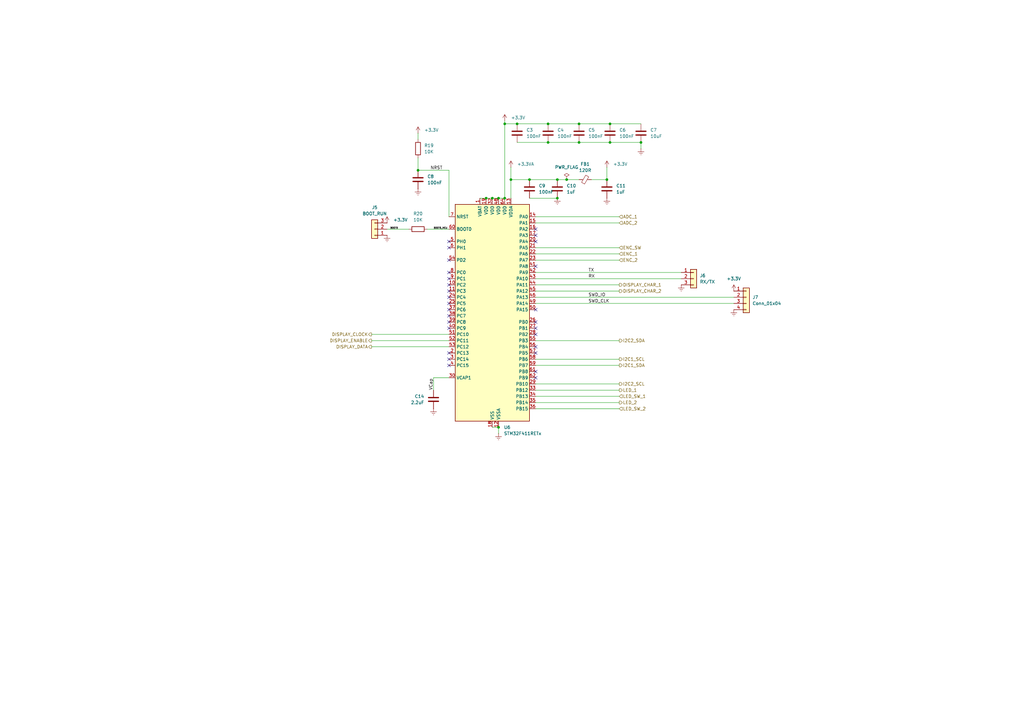
<source format=kicad_sch>
(kicad_sch (version 20231120) (generator "eeschema") (generator_version "8.0")
  (paper "A3")
  (lib_symbols
    (symbol "Connector_Generic:Conn_01x03" (pin_names (offset 1.016) hide)
      (property "Reference" "J" (at 0 5.08 0))
      (property "Value" "Conn_01x03" (at 0 -5.08 0))
      (symbol "Conn_01x03_1_1"
        (rectangle (start -1.27 -2.413) (end 0 -2.667) (stroke (width 0.1524)))
        (rectangle (start -1.27 0.127) (end 0 -0.127) (stroke (width 0.1524)))
        (rectangle (start -1.27 2.667) (end 0 2.413) (stroke (width 0.1524)))
        (rectangle (start -1.27 3.81) (end 1.27 -3.81) (stroke (width 0.254)) (fill (type background)))
        (pin passive line (at -5.08 2.54 0) (length 3.81) (name "Pin_1") (number "1"))
        (pin passive line (at -5.08 0 0) (length 3.81) (name "Pin_2") (number "2"))
        (pin passive line (at -5.08 -2.54 0) (length 3.81) (name "Pin_3") (number "3"))
      )
    )
    (symbol "Connector_Generic:Conn_01x04" (pin_names (offset 1.016) hide)
      (property "Reference" "J" (at 0 5.08 0))
      (property "Value" "Conn_01x04" (at 0 -7.62 0))
      (symbol "Conn_01x04_1_1"
        (rectangle (start -1.27 -4.953) (end 0 -5.207) (stroke (width 0.1524)))
        (rectangle (start -1.27 -2.413) (end 0 -2.667) (stroke (width 0.1524)))
        (rectangle (start -1.27 0.127) (end 0 -0.127) (stroke (width 0.1524)))
        (rectangle (start -1.27 2.667) (end 0 2.413) (stroke (width 0.1524)))
        (rectangle (start -1.27 3.81) (end 1.27 -6.35) (stroke (width 0.254)) (fill (type background)))
        (pin passive line (at -5.08 2.54 0) (length 3.81) (name "Pin_1") (number "1"))
        (pin passive line (at -5.08 0 0) (length 3.81) (name "Pin_2") (number "2"))
        (pin passive line (at -5.08 -2.54 0) (length 3.81) (name "Pin_3") (number "3"))
        (pin passive line (at -5.08 -5.08 0) (length 3.81) (name "Pin_4") (number "4"))
      )
    )
    (symbol "Device:C" (pin_numbers hide) (pin_names (offset 0.254))
      (property "Reference" "C" (at 0.635 2.54 0))
      (property "Value" "C" (at 0.635 -2.54 0))
      (symbol "C_0_1"
        (polyline (pts (xy -2.032 -0.762) (xy 2.032 -0.762)) (stroke (width 0.508)))
        (polyline (pts (xy -2.032 0.762) (xy 2.032 0.762)) (stroke (width 0.508)))
      )
      (symbol "C_1_1"
        (pin passive line (at 0 3.81 270) (length 2.794) (name "~") (number "1"))
        (pin passive line (at 0 -3.81 90) (length 2.794) (name "~") (number "2"))
      )
    )
    (symbol "Device:FerriteBead_Small" (pin_numbers hide) (pin_names (offset 0))
      (property "Reference" "FB" (at 1.905 1.27 0))
      (property "Value" "FerriteBead_Small" (at 1.905 -1.27 0))
      (symbol "FerriteBead_Small_0_1"
        (polyline (pts (xy 0 -1.27) (xy 0 -0.7874)))
        (polyline (pts (xy 0 0.889) (xy 0 1.2954)))
        (polyline (pts (xy -1.8288 0.2794) (xy -1.1176 1.4986) (xy 1.8288 -0.2032) (xy 1.1176 -1.4224) (xy -1.8288 0.2794)))
      )
      (symbol "FerriteBead_Small_1_1"
        (pin passive line (at 0 2.54 270) (length 1.27) (name "~") (number "1"))
        (pin passive line (at 0 -2.54 90) (length 1.27) (name "~") (number "2"))
      )
    )
    (symbol "Device:R" (pin_numbers hide) (pin_names (offset 0))
      (property "Reference" "R" (at 2.032 0 90))
      (property "Value" "R" (at 0 0 90))
      (symbol "R_0_1"
        (rectangle (start -1.016 -2.54) (end 1.016 2.54) (stroke (width 0.254)))
      )
      (symbol "R_1_1"
        (pin passive line (at 0 3.81 270) (length 1.27) (name "~") (number "1"))
        (pin passive line (at 0 -3.81 90) (length 1.27) (name "~") (number "2"))
      )
    )
    (symbol "MCU_ST_STM32F4:STM32F411RETx"
      (property "Reference" "U" (at -15.24 46.99 0))
      (property "Value" "STM32F411RETx" (at 10.16 46.99 0))
      (symbol "STM32F411RETx_0_1"
        (rectangle (start -15.24 -43.18) (end 15.24 45.72) (stroke (width 0.254)) (fill (type background)))
      )
      (symbol "STM32F411RETx_1_1"
        (pin power_in line (at -5.08 48.26 270) (length 2.54) (name "VBAT") (number "1"))
        (pin bidirectional line (at -17.78 12.7 0) (length 2.54) (name "PC2") (number "10"))
        (pin bidirectional line (at -17.78 10.16 0) (length 2.54) (name "PC3") (number "11"))
        (pin power_in line (at 2.54 -45.72 90) (length 2.54) (name "VSSA") (number "12"))
        (pin power_in line (at 7.62 48.26 270) (length 2.54) (name "VDDA") (number "13"))
        (pin bidirectional line (at 17.78 40.64 180) (length 2.54) (name "PA0") (number "14"))
        (pin bidirectional line (at 17.78 38.1 180) (length 2.54) (name "PA1") (number "15"))
        (pin bidirectional line (at 17.78 35.56 180) (length 2.54) (name "PA2") (number "16"))
        (pin bidirectional line (at 17.78 33.02 180) (length 2.54) (name "PA3") (number "17"))
        (pin power_in line (at 0 -45.72 90) (length 2.54) (name "VSS") (number "18"))
        (pin power_in line (at -2.54 48.26 270) (length 2.54) (name "VDD") (number "19"))
        (pin bidirectional line (at -17.78 -15.24 0) (length 2.54) (name "PC13") (number "2"))
        (pin bidirectional line (at 17.78 30.48 180) (length 2.54) (name "PA4") (number "20"))
        (pin bidirectional line (at 17.78 27.94 180) (length 2.54) (name "PA5") (number "21"))
        (pin bidirectional line (at 17.78 25.4 180) (length 2.54) (name "PA6") (number "22"))
        (pin bidirectional line (at 17.78 22.86 180) (length 2.54) (name "PA7") (number "23"))
        (pin bidirectional line (at -17.78 7.62 0) (length 2.54) (name "PC4") (number "24"))
        (pin bidirectional line (at -17.78 5.08 0) (length 2.54) (name "PC5") (number "25"))
        (pin bidirectional line (at 17.78 -2.54 180) (length 2.54) (name "PB0") (number "26"))
        (pin bidirectional line (at 17.78 -5.08 180) (length 2.54) (name "PB1") (number "27"))
        (pin bidirectional line (at 17.78 -7.62 180) (length 2.54) (name "PB2") (number "28"))
        (pin bidirectional line (at 17.78 -27.94 180) (length 2.54) (name "PB10") (number "29"))
        (pin bidirectional line (at -17.78 -17.78 0) (length 2.54) (name "PC14") (number "3"))
        (pin power_out line (at -17.78 -25.4 0) (length 2.54) (name "VCAP1") (number "30"))
        (pin passive line (at 0 -45.72 90) (length 2.54) hide (name "VSS") (number "31"))
        (pin power_in line (at 0 48.26 270) (length 2.54) (name "VDD") (number "32"))
        (pin bidirectional line (at 17.78 -30.48 180) (length 2.54) (name "PB12") (number "33"))
        (pin bidirectional line (at 17.78 -33.02 180) (length 2.54) (name "PB13") (number "34"))
        (pin bidirectional line (at 17.78 -35.56 180) (length 2.54) (name "PB14") (number "35"))
        (pin bidirectional line (at 17.78 -38.1 180) (length 2.54) (name "PB15") (number "36"))
        (pin bidirectional line (at -17.78 2.54 0) (length 2.54) (name "PC6") (number "37"))
        (pin bidirectional line (at -17.78 0 0) (length 2.54) (name "PC7") (number "38"))
        (pin bidirectional line (at -17.78 -2.54 0) (length 2.54) (name "PC8") (number "39"))
        (pin bidirectional line (at -17.78 -20.32 0) (length 2.54) (name "PC15") (number "4"))
        (pin bidirectional line (at -17.78 -5.08 0) (length 2.54) (name "PC9") (number "40"))
        (pin bidirectional line (at 17.78 20.32 180) (length 2.54) (name "PA8") (number "41"))
        (pin bidirectional line (at 17.78 17.78 180) (length 2.54) (name "PA9") (number "42"))
        (pin bidirectional line (at 17.78 15.24 180) (length 2.54) (name "PA10") (number "43"))
        (pin bidirectional line (at 17.78 12.7 180) (length 2.54) (name "PA11") (number "44"))
        (pin bidirectional line (at 17.78 10.16 180) (length 2.54) (name "PA12") (number "45"))
        (pin bidirectional line (at 17.78 7.62 180) (length 2.54) (name "PA13") (number "46"))
        (pin passive line (at 0 -45.72 90) (length 2.54) hide (name "VSS") (number "47"))
        (pin power_in line (at 2.54 48.26 270) (length 2.54) (name "VDD") (number "48"))
        (pin bidirectional line (at 17.78 5.08 180) (length 2.54) (name "PA14") (number "49"))
        (pin bidirectional line (at -17.78 30.48 0) (length 2.54) (name "PH0") (number "5"))
        (pin bidirectional line (at 17.78 2.54 180) (length 2.54) (name "PA15") (number "50"))
        (pin bidirectional line (at -17.78 -7.62 0) (length 2.54) (name "PC10") (number "51"))
        (pin bidirectional line (at -17.78 -10.16 0) (length 2.54) (name "PC11") (number "52"))
        (pin bidirectional line (at -17.78 -12.7 0) (length 2.54) (name "PC12") (number "53"))
        (pin bidirectional line (at -17.78 22.86 0) (length 2.54) (name "PD2") (number "54"))
        (pin bidirectional line (at 17.78 -10.16 180) (length 2.54) (name "PB3") (number "55"))
        (pin bidirectional line (at 17.78 -12.7 180) (length 2.54) (name "PB4") (number "56"))
        (pin bidirectional line (at 17.78 -15.24 180) (length 2.54) (name "PB5") (number "57"))
        (pin bidirectional line (at 17.78 -17.78 180) (length 2.54) (name "PB6") (number "58"))
        (pin bidirectional line (at 17.78 -20.32 180) (length 2.54) (name "PB7") (number "59"))
        (pin bidirectional line (at -17.78 27.94 0) (length 2.54) (name "PH1") (number "6"))
        (pin input line (at -17.78 35.56 0) (length 2.54) (name "BOOT0") (number "60"))
        (pin bidirectional line (at 17.78 -22.86 180) (length 2.54) (name "PB8") (number "61"))
        (pin bidirectional line (at 17.78 -25.4 180) (length 2.54) (name "PB9") (number "62"))
        (pin passive line (at 0 -45.72 90) (length 2.54) hide (name "VSS") (number "63"))
        (pin power_in line (at 5.08 48.26 270) (length 2.54) (name "VDD") (number "64"))
        (pin input line (at -17.78 40.64 0) (length 2.54) (name "NRST") (number "7"))
        (pin bidirectional line (at -17.78 17.78 0) (length 2.54) (name "PC0") (number "8"))
        (pin bidirectional line (at -17.78 15.24 0) (length 2.54) (name "PC1") (number "9"))
      )
    )
    (symbol "power:+3.3V" (power) (pin_numbers hide) (pin_names (offset 0) hide)
      (property "Value" "+3.3V" (at 0 3.556 0))
      (symbol "+3.3V_0_1"
        (polyline (pts (xy -0.762 1.27) (xy 0 2.54)))
        (polyline (pts (xy 0 0) (xy 0 2.54)))
        (polyline (pts (xy 0 2.54) (xy 0.762 1.27)))
      )
      (symbol "+3.3V_1_1"
        (pin power_in line (at 0 0 90) (length 0) (name "~") (number "1"))
      )
    )
    (symbol "power:GNDREF" (power) (pin_numbers hide) (pin_names (offset 0) hide)
      (property "Value" "GNDREF" (at 0 -3.81 0))
      (symbol "GNDREF_0_1"
        (polyline (pts (xy -0.635 -1.905) (xy 0.635 -1.905)))
        (polyline (pts (xy -0.127 -2.54) (xy 0.127 -2.54)))
        (polyline (pts (xy 0 -1.27) (xy 0 0)))
        (polyline (pts (xy 1.27 -1.27) (xy -1.27 -1.27)))
      )
      (symbol "GNDREF_1_1"
        (pin power_in line (at 0 0 270) (length 0) (name "~") (number "1"))
      )
    )
    (symbol "power:PWR_FLAG" (power) (pin_numbers hide) (pin_names (offset 0) hide)
      (property "Value" "PWR_FLAG" (at 0 3.81 0))
      (symbol "PWR_FLAG_0_0"
        (pin power_out line (at 0 0 90) (length 0) (name "~") (number "1"))
      )
      (symbol "PWR_FLAG_0_1"
        (polyline (pts (xy 0 0) (xy 0 1.27) (xy -1.016 1.905) (xy 0 2.54) (xy 1.016 1.905) (xy 0 1.27)))
      )
    )
  )
  (junction (at 209.55 73.66))
  (junction (at 228.6 81.28))
  (junction (at 171.45 69.85))
  (junction (at 228.6 73.66))
  (junction (at 250.19 58.42))
  (junction (at 201.93 81.28))
  (junction (at 262.89 58.42))
  (junction (at 237.49 58.42))
  (junction (at 224.79 58.42))
  (junction (at 212.09 50.8))
  (junction (at 232.41 73.66))
  (junction (at 237.49 50.8))
  (junction (at 248.92 73.66))
  (junction (at 207.01 81.28))
  (junction (at 224.79 50.8))
  (junction (at 204.47 81.28))
  (junction (at 217.17 73.66))
  (junction (at 250.19 50.8))
  (junction (at 204.47 175.26))
  (junction (at 199.39 81.28))
  (junction (at 207.01 50.8))
  (no_connect (at 184.15 101.6))
  (no_connect (at 219.71 144.78))
  (no_connect (at 219.71 99.06))
  (no_connect (at 219.71 137.16))
  (no_connect (at 219.71 134.62))
  (no_connect (at 219.71 152.4))
  (no_connect (at 184.15 111.76))
  (no_connect (at 219.71 93.98))
  (no_connect (at 219.71 96.52))
  (no_connect (at 184.15 149.86))
  (no_connect (at 184.15 121.92))
  (no_connect (at 184.15 124.46))
  (no_connect (at 184.15 134.62))
  (no_connect (at 219.71 154.94))
  (no_connect (at 184.15 127))
  (no_connect (at 184.15 132.08))
  (no_connect (at 184.15 147.32))
  (no_connect (at 184.15 99.06))
  (no_connect (at 184.15 106.68))
  (no_connect (at 184.15 116.84))
  (no_connect (at 184.15 129.54))
  (no_connect (at 219.71 127))
  (no_connect (at 184.15 114.3))
  (no_connect (at 219.71 142.24))
  (no_connect (at 219.71 109.22))
  (no_connect (at 184.15 119.38))
  (no_connect (at 219.71 132.08))
  (no_connect (at 184.15 144.78))
  (wire (pts (xy 217.17 81.28) (xy 228.6 81.28)))
  (wire (pts (xy 254 91.44) (xy 219.71 91.44)))
  (wire (pts (xy 152.4 142.24) (xy 184.15 142.24)))
  (wire (pts (xy 254 139.7) (xy 219.71 139.7)))
  (wire (pts (xy 212.09 50.8) (xy 224.79 50.8)))
  (wire (pts (xy 171.45 54.61) (xy 171.45 57.15)))
  (wire (pts (xy 209.55 73.66) (xy 209.55 81.28)))
  (wire (pts (xy 177.8 154.94) (xy 177.8 160.02)))
  (wire (pts (xy 219.71 162.56) (xy 254 162.56)))
  (wire (pts (xy 219.71 111.76) (xy 279.4 111.76)))
  (wire (pts (xy 254 157.48) (xy 219.71 157.48)))
  (wire (pts (xy 254 165.1) (xy 219.71 165.1)))
  (wire (pts (xy 219.71 160.02) (xy 254 160.02)))
  (wire (pts (xy 177.8 154.94) (xy 184.15 154.94)))
  (wire (pts (xy 242.57 73.66) (xy 248.92 73.66)))
  (wire (pts (xy 219.71 114.3) (xy 279.4 114.3)))
  (wire (pts (xy 212.09 58.42) (xy 224.79 58.42)))
  (wire (pts (xy 204.47 81.28) (xy 207.01 81.28)))
  (wire (pts (xy 196.85 81.28) (xy 199.39 81.28)))
  (wire (pts (xy 250.19 58.42) (xy 262.89 58.42)))
  (wire (pts (xy 171.45 64.77) (xy 171.45 69.85)))
  (wire (pts (xy 224.79 58.42) (xy 237.49 58.42)))
  (wire (pts (xy 201.93 175.26) (xy 204.47 175.26)))
  (wire (pts (xy 237.49 58.42) (xy 250.19 58.42)))
  (wire (pts (xy 224.79 50.8) (xy 237.49 50.8)))
  (wire (pts (xy 250.19 50.8) (xy 262.89 50.8)))
  (wire (pts (xy 248.92 68.58) (xy 248.92 73.66)))
  (wire (pts (xy 254 104.14) (xy 219.71 104.14)))
  (wire (pts (xy 152.4 139.7) (xy 184.15 139.7)))
  (wire (pts (xy 254 149.86) (xy 219.71 149.86)))
  (wire (pts (xy 152.4 137.16) (xy 184.15 137.16)))
  (wire (pts (xy 232.41 73.66) (xy 237.49 73.66)))
  (wire (pts (xy 209.55 73.66) (xy 209.55 68.58)))
  (wire (pts (xy 207.01 50.8) (xy 212.09 50.8)))
  (wire (pts (xy 254 101.6) (xy 219.71 101.6)))
  (wire (pts (xy 254 116.84) (xy 219.71 116.84)))
  (wire (pts (xy 217.17 73.66) (xy 228.6 73.66)))
  (wire (pts (xy 254 106.68) (xy 219.71 106.68)))
  (wire (pts (xy 254 147.32) (xy 219.71 147.32)))
  (wire (pts (xy 175.26 93.98) (xy 184.15 93.98)))
  (wire (pts (xy 254 167.64) (xy 219.71 167.64)))
  (wire (pts (xy 207.01 50.8) (xy 207.01 81.28)))
  (wire (pts (xy 237.49 50.8) (xy 250.19 50.8)))
  (wire (pts (xy 254 88.9) (xy 219.71 88.9)))
  (wire (pts (xy 219.71 124.46) (xy 300.99 124.46)))
  (wire (pts (xy 184.15 88.9) (xy 184.15 69.85)))
  (wire (pts (xy 204.47 177.8) (xy 204.47 175.26)))
  (wire (pts (xy 254 119.38) (xy 219.71 119.38)))
  (wire (pts (xy 184.15 69.85) (xy 171.45 69.85)))
  (wire (pts (xy 209.55 73.66) (xy 217.17 73.66)))
  (wire (pts (xy 228.6 73.66) (xy 232.41 73.66)))
  (wire (pts (xy 219.71 121.92) (xy 300.99 121.92)))
  (wire (pts (xy 199.39 81.28) (xy 201.93 81.28)))
  (wire (pts (xy 158.75 93.98) (xy 167.64 93.98)))
  (wire (pts (xy 207.01 49.53) (xy 207.01 50.8)))
  (wire (pts (xy 201.93 81.28) (xy 204.47 81.28)))
  (wire (pts (xy 262.89 60.96) (xy 262.89 58.42)))
  (label "BOOT0" (at 160.02 93.98 0) (effects (font (size 0.635 0.635))))
  (label "VCap" (at 177.8 160.02 90))
  (label "TX" (at 241.3 111.76 0))
  (label "SWD_IO" (at 241.3 121.92 0))
  (label "RX" (at 241.3 114.3 0))
  (label "SWD_CLK" (at 241.3 124.46 0))
  (label "NRST" (at 176.53 69.85 0))
  (label "BOOT0_MCU" (at 177.8 93.98 0) (effects (font (size 0.635 0.635))))
  (hierarchical_label "LED_1" (shape output) (at 254 160.02 0))
  (hierarchical_label "I2C2_SDA" (shape output) (at 254 139.7 0))
  (hierarchical_label "ENC_2" (shape input) (at 254 106.68 0))
  (hierarchical_label "ENC_1" (shape input) (at 254 104.14 0))
  (hierarchical_label "I2C2_SCL" (shape output) (at 254 157.48 0))
  (hierarchical_label "ADC_1" (shape input) (at 254 88.9 0))
  (hierarchical_label "I2C1_SDA" (shape output) (at 254 149.86 0))
  (hierarchical_label "DISPLAY_CHAR_2" (shape output) (at 254 119.38 0))
  (hierarchical_label "ADC_2" (shape input) (at 254 91.44 0))
  (hierarchical_label "I2C1_SCL" (shape output) (at 254 147.32 0))
  (hierarchical_label "LED_2" (shape output) (at 254 165.1 0))
  (hierarchical_label "DISPLAY_CHAR_1" (shape output) (at 254 116.84 0))
  (hierarchical_label "ENC_SW" (shape input) (at 254 101.6 0))
  (hierarchical_label "LED_SW_1" (shape input) (at 254 162.56 0))
  (hierarchical_label "DISPLAY_DATA" (shape output) (at 152.4 142.24 180))
  (hierarchical_label "DISPLAY_CLOCK" (shape output) (at 152.4 137.16 180))
  (hierarchical_label "LED_SW_2" (shape input) (at 254 167.64 0))
  (hierarchical_label "DISPLAY_ENABLE" (shape output) (at 152.4 139.7 180))
  (symbol (lib_id "power:GNDREF") (at 158.75 96.52 0) (unit 1)
    (property "Reference" "#PWR032" (effects (hide yes)))
    (property "Value" "GNDREF" (effects (hide yes)))
    (property "Description" "Power symbol creates a global label with name \"GNDREF\" , reference supply ground" (effects (hide yes)))
  )
  (symbol (lib_id "Device:R") (at 171.45 60.96 180) (unit 1)
    (property "Reference" "R19" (at 173.99 59.6899 0) (effects (justify right)))
    (property "Value" "10K" (at 173.99 62.2299 0) (effects (justify right)))
    (property "Footprint" "Resistor_SMD:R_0805_2012Metric_Pad1.20x1.40mm_HandSolder" (effects (hide yes)))
    (property "Description" "Resistor" (effects (hide yes)))
  )
  (symbol (lib_id "Device:C") (at 262.89 54.61 180) (unit 1)
    (property "Reference" "C7" (at 266.7 53.3399 0) (effects (justify right)))
    (property "Value" "10uF" (at 266.7 55.8799 0) (effects (justify right)))
    (property "Footprint" "Capacitor_SMD:C_0805_2012Metric_Pad1.18x1.45mm_HandSolder" (effects (hide yes)))
    (property "Description" "Unpolarized capacitor" (effects (hide yes)))
  )
  (symbol (lib_id "power:GNDREF") (at 300.99 127 0) (unit 1)
    (property "Reference" "#PWR036" (effects (hide yes)))
    (property "Value" "GNDREF" (effects (hide yes)))
    (property "Description" "Power symbol creates a global label with name \"GNDREF\" , reference supply ground" (effects (hide yes)))
  )
  (symbol (lib_id "Connector_Generic:Conn_01x04") (at 306.07 121.92 0) (unit 1)
    (property "Reference" "J7" (at 308.61 121.9199 0) (effects (justify left)))
    (property "Value" "Conn_01x04" (at 308.61 124.4599 0) (effects (justify left)))
    (property "Footprint" "Connector_PinHeader_2.54mm:PinHeader_1x04_P2.54mm_Vertical" (effects (hide yes)))
    (property "Description" "Generic connector, single row, 01x04, script generated (kicad-library-utils/schlib/autogen/connector/)" (effects (hide yes)))
  )
  (symbol (lib_id "power:+3.3V") (at 300.99 119.38 0) (unit 1)
    (property "Reference" "#PWR035" (effects (hide yes)))
    (property "Value" "+3.3V" (at 300.99 114.3 0))
    (property "Description" "Power symbol creates a global label with name \"+3.3V\"" (effects (hide yes)))
  )
  (symbol (lib_id "Device:C") (at 177.8 163.83 0) (unit 1)
    (property "Reference" "C14" (at 173.99 162.5599 0) (effects (justify right)))
    (property "Value" "2.2uF" (at 173.99 165.0999 0) (effects (justify right)))
    (property "Footprint" "Capacitor_SMD:C_0805_2012Metric_Pad1.18x1.45mm_HandSolder" (effects (hide yes)))
    (property "Description" "Unpolarized capacitor" (effects (hide yes)))
  )
  (symbol (lib_id "power:GNDREF") (at 248.92 81.28 0) (unit 1)
    (property "Reference" "#PWR030" (effects (hide yes)))
    (property "Value" "GNDREF" (effects (hide yes)))
    (property "Description" "Power symbol creates a global label with name \"GNDREF\" , reference supply ground" (effects (hide yes)))
  )
  (symbol (lib_id "Device:C") (at 250.19 54.61 180) (unit 1)
    (property "Reference" "C6" (at 254 53.3399 0) (effects (justify right)))
    (property "Value" "100nF" (at 254 55.8799 0) (effects (justify right)))
    (property "Footprint" "Capacitor_SMD:C_0805_2012Metric_Pad1.18x1.45mm_HandSolder" (effects (hide yes)))
    (property "Description" "Unpolarized capacitor" (effects (hide yes)))
  )
  (symbol (lib_id "Device:C") (at 171.45 73.66 0) (unit 1)
    (property "Reference" "C8" (at 175.26 72.3899 0) (effects (justify left)))
    (property "Value" "100nF" (at 175.26 74.9299 0) (effects (justify left)))
    (property "Footprint" "Capacitor_SMD:C_0805_2012Metric_Pad1.18x1.45mm_HandSolder" (effects (hide yes)))
    (property "Description" "Unpolarized capacitor" (effects (hide yes)))
  )
  (symbol (lib_id "power:+3.3V") (at 207.01 49.53 0) (unit 1)
    (property "Reference" "#PWR023" (effects (hide yes)))
    (property "Value" "+3.3V" (at 209.55 48.2599 0) (effects (justify left)))
    (property "Description" "Power symbol creates a global label with name \"+3.3V\"" (effects (hide yes)))
  )
  (symbol (lib_id "power:GNDREF") (at 204.47 177.8 0) (unit 1)
    (property "Reference" "#PWR038" (effects (hide yes)))
    (property "Value" "GNDREF" (effects (hide yes)))
    (property "Description" "Power symbol creates a global label with name \"GNDREF\" , reference supply ground" (effects (hide yes)))
  )
  (symbol (lib_id "power:PWR_FLAG") (at 232.41 73.66 0) (unit 1)
    (property "Reference" "#FLG01" (effects (hide yes)))
    (property "Value" "PWR_FLAG" (at 232.41 68.58 0))
    (property "Description" "Special symbol for telling ERC where power comes from" (effects (hide yes)))
  )
  (symbol (lib_id "power:+3.3V") (at 171.45 54.61 0) (unit 1)
    (property "Reference" "#PWR024" (effects (hide yes)))
    (property "Value" "+3.3V" (at 173.99 53.3399 0) (effects (justify left)))
    (property "Description" "Power symbol creates a global label with name \"+3.3V\"" (effects (hide yes)))
  )
  (symbol (lib_id "power:+3.3V") (at 158.75 91.44 0) (unit 1)
    (property "Reference" "#PWR031" (effects (hide yes)))
    (property "Value" "+3.3V" (at 161.29 90.1699 0) (effects (justify left)))
    (property "Description" "Power symbol creates a global label with name \"+3.3V\"" (effects (hide yes)))
  )
  (symbol (lib_id "power:+3.3V") (at 248.92 68.58 0) (unit 1)
    (property "Reference" "#PWR027" (effects (hide yes)))
    (property "Value" "+3.3V" (at 251.46 67.3099 0) (effects (justify left)))
    (property "Description" "Power symbol creates a global label with name \"+3.3V\"" (effects (hide yes)))
  )
  (symbol (lib_id "Device:C") (at 212.09 54.61 180) (unit 1)
    (property "Reference" "C3" (at 215.9 53.3399 0) (effects (justify right)))
    (property "Value" "100nF" (at 215.9 55.8799 0) (effects (justify right)))
    (property "Footprint" "Capacitor_SMD:C_0805_2012Metric_Pad1.18x1.45mm_HandSolder" (effects (hide yes)))
    (property "Description" "Unpolarized capacitor" (effects (hide yes)))
  )
  (symbol (lib_id "Device:C") (at 217.17 77.47 180) (unit 1)
    (property "Reference" "C9" (at 220.98 76.1999 0) (effects (justify right)))
    (property "Value" "100nF" (at 220.98 78.7399 0) (effects (justify right)))
    (property "Footprint" "Capacitor_SMD:C_0805_2012Metric_Pad1.18x1.45mm_HandSolder" (effects (hide yes)))
    (property "Description" "Unpolarized capacitor" (effects (hide yes)))
  )
  (symbol (lib_id "Connector_Generic:Conn_01x03") (at 153.67 93.98 180) (unit 1)
    (property "Reference" "J5" (at 153.67 85.09 0))
    (property "Value" "BOOT_RUN" (at 153.67 87.63 0))
    (property "Footprint" "Connector_PinHeader_2.54mm:PinHeader_1x03_P2.54mm_Vertical" (effects (hide yes)))
    (property "Description" "Generic connector, single row, 01x03, script generated (kicad-library-utils/schlib/autogen/connector/)" (effects (hide yes)))
  )
  (symbol (lib_id "Device:C") (at 228.6 77.47 180) (unit 1)
    (property "Reference" "C10" (at 232.41 76.1999 0) (effects (justify right)))
    (property "Value" "1uF" (at 232.41 78.7399 0) (effects (justify right)))
    (property "Footprint" "Capacitor_SMD:C_0805_2012Metric_Pad1.18x1.45mm_HandSolder" (effects (hide yes)))
    (property "Description" "Unpolarized capacitor" (effects (hide yes)))
  )
  (symbol (lib_id "power:GNDREF") (at 279.4 116.84 0) (unit 1)
    (property "Reference" "#PWR034" (effects (hide yes)))
    (property "Value" "GNDREF" (effects (hide yes)))
    (property "Description" "Power symbol creates a global label with name \"GNDREF\" , reference supply ground" (effects (hide yes)))
  )
  (symbol (lib_id "Device:FerriteBead_Small") (at 240.03 73.66 90) (unit 1)
    (property "Reference" "FB1" (at 239.9919 67.31 90))
    (property "Value" "120R" (at 239.9919 69.85 90))
    (property "Footprint" "Inductor_SMD:L_0805_2012Metric_Pad1.05x1.20mm_HandSolder" (effects (hide yes)))
    (property "Description" "Ferrite bead, small symbol" (effects (hide yes)))
  )
  (symbol (lib_id "power:GNDREF") (at 228.6 81.28 0) (unit 1)
    (property "Reference" "#PWR029" (effects (hide yes)))
    (property "Value" "GNDREF" (effects (hide yes)))
    (property "Description" "Power symbol creates a global label with name \"GNDREF\" , reference supply ground" (effects (hide yes)))
  )
  (symbol (lib_id "Connector_Generic:Conn_01x03") (at 284.48 114.3 0) (unit 1)
    (property "Reference" "J6" (at 287.02 113.0299 0) (effects (justify left)))
    (property "Value" "RX/TX" (at 287.02 115.5699 0) (effects (justify left)))
    (property "Footprint" "Connector_PinHeader_2.54mm:PinHeader_1x03_P2.54mm_Vertical" (effects (hide yes)))
    (property "Description" "Generic connector, single row, 01x03, script generated (kicad-library-utils/schlib/autogen/connector/)" (effects (hide yes)))
  )
  (symbol (lib_id "Device:C") (at 237.49 54.61 180) (unit 1)
    (property "Reference" "C5" (at 241.3 53.3399 0) (effects (justify right)))
    (property "Value" "100nF" (at 241.3 55.8799 0) (effects (justify right)))
    (property "Footprint" "Capacitor_SMD:C_0805_2012Metric_Pad1.18x1.45mm_HandSolder" (effects (hide yes)))
    (property "Description" "Unpolarized capacitor" (effects (hide yes)))
  )
  (symbol (lib_id "power:GNDREF") (at 262.89 60.96 0) (unit 1)
    (property "Reference" "#PWR025" (effects (hide yes)))
    (property "Value" "GNDREF" (effects (hide yes)))
    (property "Description" "Power symbol creates a global label with name \"GNDREF\" , reference supply ground" (effects (hide yes)))
  )
  (symbol (lib_id "Device:C") (at 248.92 77.47 180) (unit 1)
    (property "Reference" "C11" (at 252.73 76.1999 0) (effects (justify right)))
    (property "Value" "1uF" (at 252.73 78.7399 0) (effects (justify right)))
    (property "Footprint" "Capacitor_SMD:C_0805_2012Metric_Pad1.18x1.45mm_HandSolder" (effects (hide yes)))
    (property "Description" "Unpolarized capacitor" (effects (hide yes)))
  )
  (symbol (lib_id "Device:C") (at 224.79 54.61 180) (unit 1)
    (property "Reference" "C4" (at 228.6 53.3399 0) (effects (justify right)))
    (property "Value" "100nF" (at 228.6 55.8799 0) (effects (justify right)))
    (property "Footprint" "Capacitor_SMD:C_0805_2012Metric_Pad1.18x1.45mm_HandSolder" (effects (hide yes)))
    (property "Description" "Unpolarized capacitor" (effects (hide yes)))
  )
  (symbol (lib_id "Device:R") (at 171.45 93.98 90) (unit 1)
    (property "Reference" "R20" (at 171.45 87.63 90))
    (property "Value" "10K" (at 171.45 90.17 90))
    (property "Footprint" "Resistor_SMD:R_0805_2012Metric_Pad1.20x1.40mm_HandSolder" (effects (hide yes)))
    (property "Description" "Resistor" (effects (hide yes)))
  )
  (symbol (lib_id "MCU_ST_STM32F4:STM32F411RETx") (at 201.93 129.54 0) (unit 1)
    (property "Reference" "U6" (at 206.6641 175.26 0) (effects (justify left)))
    (property "Value" "STM32F411RETx" (at 206.6641 177.8 0) (effects (justify left)))
    (property "Footprint" "Package_QFP:LQFP-64_10x10mm_P0.5mm" (effects (hide yes)))
    (property "Datasheet" "https://www.st.com/resource/en/datasheet/stm32f411re.pdf" (effects (hide yes)))
    (property "Description" "STMicroelectronics Arm Cortex-M4 MCU, 512KB flash, 128KB RAM, 100 MHz, 1.7-3.6V, 50 GPIO, LQFP64" (effects (hide yes)))
  )
  (symbol (lib_id "power:+3.3V") (at 209.55 68.58 0) (unit 1)
    (property "Reference" "#PWR026" (effects (hide yes)))
    (property "Value" "+3.3VA" (at 212.09 67.3099 0) (effects (justify left)))
    (property "Description" "Power symbol creates a global label with name \"+3.3V\"" (effects (hide yes)))
  )
  (symbol (lib_id "power:GNDREF") (at 177.8 167.64 0) (unit 1)
    (property "Reference" "#PWR037" (effects (hide yes)))
    (property "Value" "GNDREF" (effects (hide yes)))
    (property "Description" "Power symbol creates a global label with name \"GNDREF\" , reference supply ground" (effects (hide yes)))
  )
  (symbol (lib_id "power:GNDREF") (at 171.45 77.47 0) (unit 1)
    (property "Reference" "#PWR028" (effects (hide yes)))
    (property "Value" "GNDREF" (effects (hide yes)))
    (property "Description" "Power symbol creates a global label with name \"GNDREF\" , reference supply ground" (effects (hide yes)))
  )
)
</source>
